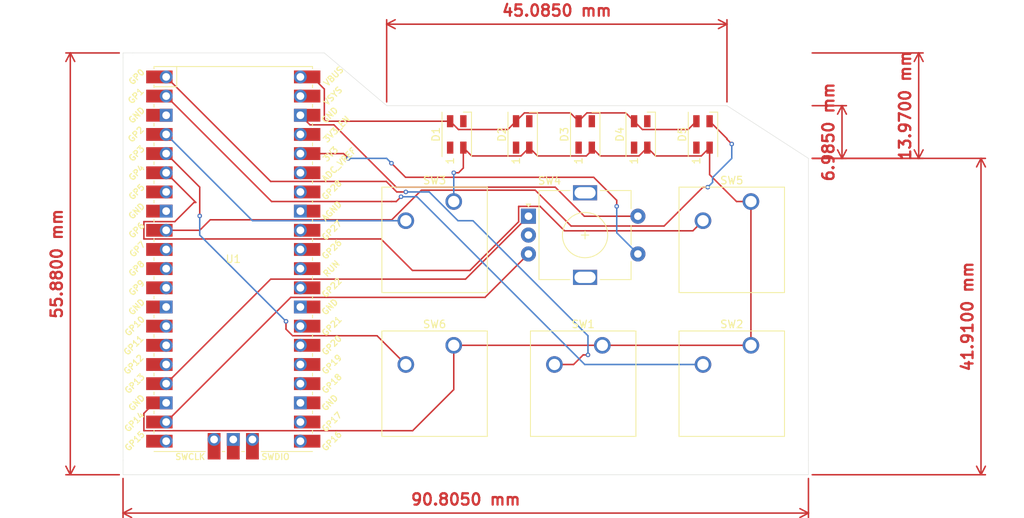
<source format=kicad_pcb>
(kicad_pcb (version 20240108) (generator "pcbnew") (generator_version "8.0")
  (layers (0 "F.Cu" signal) (31 "B.Cu" signal) (34 "B.Paste" user) (35 "F.Paste" user) (36 "B.SilkS" user "B.Silkscreen") (37 "F.SilkS" user "F.Silkscreen") (38 "B.Mask" user) (39 "F.Mask" user) (44 "Edge.Cuts" user))
  (net 0 "")
  (net 1 "5V")
  (net 3 "GND")
  (net 11 "Net-(D5-DIN)")
  (net 13 "Net-(U1-GPIO0)")
  (net 14 "Net-(U1-GPIO1)")
  (net 15 "Net-(U1-GPIO2)")
  (net 16 "Net-(U1-GPIO13)")
  (net 17 "Net-(SW4-PadS2)")
  (net 19 "Net-(U1-GPIO14)")
  (net 20 "Net-(U1-3V3)")
  (net 31 "Net-(U1-GPIO4)")
  (net 40 "Net-(U1-GPIO3)")
  (footprint "LED_SMD:LED_SK6812MINI_PLCC4_3.5x3.5mm_P1.75mm" (layer "F.Cu") (at 161.53 76.2 90)
    (property "Reference" "D2" (at 0 -2.75 90) (layer "F.SilkS"))
    (property "Value" "SK6812MINI")
    (fp_line (start -2.95 -1.95) (end 2.95 -1.95) (stroke (width 0.12)) (layer "F.SilkS"))
    (fp_line (start 2.95 1.95) (end 2.95 0.875) (stroke (width 0.12)) (layer "F.SilkS"))
    (fp_line (start -2.95 1.95) (end 2.95 1.95) (stroke (width 0.12)) (layer "F.SilkS"))
    (fp_text user "1" (at -3.5 -0.875 90) (layer "F.SilkS"))
    (pad "1" smd rect (at -1.75 -0.875 90) (size 1.6 0.85) (layers "F.Cu" "F.Paste" "F.Mask"))
    (pad "2" smd rect (at -1.75 0.875 90) (size 1.6 0.85) (layers "F.Cu" "F.Paste" "F.Mask") (net 3 "GND"))
    (pad "3" smd rect (at 1.75 0.875 90) (size 1.6 0.85) (layers "F.Cu" "F.Paste" "F.Mask"))
    (pad "4" smd rect (at 1.75 -0.875 90) (size 1.6 0.85) (layers "F.Cu" "F.Paste" "F.Mask") (net 1 "5V"))
  )
  (footprint "Button_Switch_Keyboard:SW_Cherry_MX_1.00u_PCB" (layer "F.Cu") (at 191.77 104.14)
    (property "Reference" "SW2" (at -2.54 -2.794 0) (layer "F.SilkS"))
    (property "Value" "SW_Push")
    (fp_line (start -9.525 -1.905) (end 4.445 -1.905) (stroke (width 0.12)) (layer "F.SilkS"))
    (fp_line (start -9.525 12.065) (end -9.525 -1.905) (stroke (width 0.12)) (layer "F.SilkS"))
    (fp_line (start 4.445 -1.905) (end 4.445 12.065) (stroke (width 0.12)) (layer "F.SilkS"))
    (fp_line (start 4.445 12.065) (end -9.525 12.065) (stroke (width 0.12)) (layer "F.SilkS"))
    (pad "" np_thru_hole circle (at -7.62 5.08) (size 1.7 1.7) (drill 1.7) (layers "*.Cu" "*.Mask"))
    (pad "" np_thru_hole circle (at -2.54 5.08) (size 4 4) (drill 4) (layers "*.Cu" "*.Mask"))
    (pad "" np_thru_hole circle (at 2.54 5.08) (size 1.7 1.7) (drill 1.7) (layers "*.Cu" "*.Mask"))
    (pad "1" thru_hole circle (at 0 0) (size 2.2 2.2) (drill 1.5) (layers "*.Cu" "*.Mask") (net 3 "GND"))
    (pad "2" thru_hole circle (at -6.35 2.54) (size 2.2 2.2) (drill 1.5) (layers "*.Cu" "*.Mask") (net 14 "Net-(U1-GPIO1)"))
  )
  (footprint "Button_Switch_Keyboard:SW_Cherry_MX_1.00u_PCB" (layer "F.Cu") (at 172.085 104.14)
    (property "Reference" "SW1" (at -2.54 -2.794 0) (layer "F.SilkS"))
    (property "Value" "SW_Push")
    (fp_line (start -9.525 -1.905) (end 4.445 -1.905) (stroke (width 0.12)) (layer "F.SilkS"))
    (fp_line (start -9.525 12.065) (end -9.525 -1.905) (stroke (width 0.12)) (layer "F.SilkS"))
    (fp_line (start 4.445 -1.905) (end 4.445 12.065) (stroke (width 0.12)) (layer "F.SilkS"))
    (fp_line (start 4.445 12.065) (end -9.525 12.065) (stroke (width 0.12)) (layer "F.SilkS"))
    (pad "" np_thru_hole circle (at -7.62 5.08) (size 1.7 1.7) (drill 1.7) (layers "*.Cu" "*.Mask"))
    (pad "" np_thru_hole circle (at -2.54 5.08) (size 4 4) (drill 4) (layers "*.Cu" "*.Mask"))
    (pad "" np_thru_hole circle (at 2.54 5.08) (size 1.7 1.7) (drill 1.7) (layers "*.Cu" "*.Mask"))
    (pad "1" thru_hole circle (at 0 0) (size 2.2 2.2) (drill 1.5) (layers "*.Cu" "*.Mask") (net 3 "GND"))
    (pad "2" thru_hole circle (at -6.35 2.54) (size 2.2 2.2) (drill 1.5) (layers "*.Cu" "*.Mask") (net 13 "Net-(U1-GPIO0)"))
  )
  (footprint "LED_SMD:LED_SK6812MINI_PLCC4_3.5x3.5mm_P1.75mm" (layer "F.Cu") (at 169.815 76.2 90)
    (property "Reference" "D3" (at 0 -2.75 90) (layer "F.SilkS"))
    (property "Value" "SK6812MINI")
    (fp_line (start -2.95 -1.95) (end 2.95 -1.95) (stroke (width 0.12)) (layer "F.SilkS"))
    (fp_line (start 2.95 1.95) (end 2.95 0.875) (stroke (width 0.12)) (layer "F.SilkS"))
    (fp_line (start -2.95 1.95) (end 2.95 1.95) (stroke (width 0.12)) (layer "F.SilkS"))
    (fp_text user "1" (at -3.5 -0.875 90) (layer "F.SilkS"))
    (pad "1" smd rect (at -1.75 -0.875 90) (size 1.6 0.85) (layers "F.Cu" "F.Paste" "F.Mask"))
    (pad "2" smd rect (at -1.75 0.875 90) (size 1.6 0.85) (layers "F.Cu" "F.Paste" "F.Mask") (net 3 "GND"))
    (pad "3" smd rect (at 1.75 0.875 90) (size 1.6 0.85) (layers "F.Cu" "F.Paste" "F.Mask"))
    (pad "4" smd rect (at 1.75 -0.875 90) (size 1.6 0.85) (layers "F.Cu" "F.Paste" "F.Mask") (net 1 "5V"))
  )
  (footprint "LED_SMD:LED_SK6812MINI_PLCC4_3.5x3.5mm_P1.75mm" (layer "F.Cu") (at 152.795 76.2 90)
    (property "Reference" "D1" (at 0 -2.75 90) (layer "F.SilkS"))
    (property "Value" "SK6812MINI")
    (fp_line (start -2.95 -1.95) (end 2.95 -1.95) (stroke (width 0.12)) (layer "F.SilkS"))
    (fp_line (start 2.95 1.95) (end 2.95 0.875) (stroke (width 0.12)) (layer "F.SilkS"))
    (fp_line (start -2.95 1.95) (end 2.95 1.95) (stroke (width 0.12)) (layer "F.SilkS"))
    (fp_text user "1" (at -3.5 -0.875 90) (layer "F.SilkS"))
    (pad "1" smd rect (at -1.75 -0.875 90) (size 1.6 0.85) (layers "F.Cu" "F.Paste" "F.Mask"))
    (pad "2" smd rect (at -1.75 0.875 90) (size 1.6 0.85) (layers "F.Cu" "F.Paste" "F.Mask") (net 3 "GND"))
    (pad "3" smd rect (at 1.75 0.875 90) (size 1.6 0.85) (layers "F.Cu" "F.Paste" "F.Mask"))
    (pad "4" smd rect (at 1.75 -0.875 90) (size 1.6 0.85) (layers "F.Cu" "F.Paste" "F.Mask") (net 1 "5V"))
  )
  (footprint "Button_Switch_Keyboard:SW_Cherry_MX_1.00u_PCB" (layer "F.Cu") (at 152.4 104.14)
    (property "Reference" "SW6" (at -2.54 -2.794 0) (layer "F.SilkS"))
    (property "Value" "SW_Push")
    (fp_line (start -9.525 -1.905) (end 4.445 -1.905) (stroke (width 0.12)) (layer "F.SilkS"))
    (fp_line (start -9.525 12.065) (end -9.525 -1.905) (stroke (width 0.12)) (layer "F.SilkS"))
    (fp_line (start 4.445 -1.905) (end 4.445 12.065) (stroke (width 0.12)) (layer "F.SilkS"))
    (fp_line (start 4.445 12.065) (end -9.525 12.065) (stroke (width 0.12)) (layer "F.SilkS"))
    (pad "" np_thru_hole circle (at -7.62 5.08) (size 1.7 1.7) (drill 1.7) (layers "*.Cu" "*.Mask"))
    (pad "" np_thru_hole circle (at -2.54 5.08) (size 4 4) (drill 4) (layers "*.Cu" "*.Mask"))
    (pad "" np_thru_hole circle (at 2.54 5.08) (size 1.7 1.7) (drill 1.7) (layers "*.Cu" "*.Mask"))
    (pad "1" thru_hole circle (at 0 0) (size 2.2 2.2) (drill 1.5) (layers "*.Cu" "*.Mask") (net 3 "GND"))
    (pad "2" thru_hole circle (at -6.35 2.54) (size 2.2 2.2) (drill 1.5) (layers "*.Cu" "*.Mask") (net 40 "Net-(U1-GPIO3)"))
  )
  (footprint "MCU_RaspberryPi_and_Boards:RPi_Pico_SMD_TH" (layer "F.Cu") (at 123.19 92.71)
    (property "Reference" "U1" (at 0 0 0) (layer "F.SilkS"))
    (property "Value" "Pico")
    (fp_line (start -10.5 -25.5) (end -10.5 -25.2) (stroke (width 0.12)) (layer "F.SilkS"))
    (fp_line (start -10.5 -25.5) (end 10.5 -25.5) (stroke (width 0.12)) (layer "F.SilkS"))
    (fp_line (start -10.5 -23.1) (end -10.5 -22.7) (stroke (width 0.12)) (layer "F.SilkS"))
    (fp_line (start -10.5 -22.833) (end -7.493 -22.833) (stroke (width 0.12)) (layer "F.SilkS"))
    (fp_line (start -10.5 -20.5) (end -10.5 -20.1) (stroke (width 0.12)) (layer "F.SilkS"))
    (fp_line (start -10.5 -18) (end -10.5 -17.6) (stroke (width 0.12)) (layer "F.SilkS"))
    (fp_line (start -10.5 -15.4) (end -10.5 -15) (stroke (width 0.12)) (layer "F.SilkS"))
    (fp_line (start -10.5 -12.9) (end -10.5 -12.5) (stroke (width 0.12)) (layer "F.SilkS"))
    (fp_line (start -10.5 -10.4) (end -10.5 -10) (stroke (width 0.12)) (layer "F.SilkS"))
    (fp_line (start -10.5 -7.8) (end -10.5 -7.4) (stroke (width 0.12)) (layer "F.SilkS"))
    (fp_line (start -10.5 -5.3) (end -10.5 -4.9) (stroke (width 0.12)) (layer "F.SilkS"))
    (fp_line (start -10.5 -2.7) (end -10.5 -2.3) (stroke (width 0.12)) (layer "F.SilkS"))
    (fp_line (start -10.5 -0.2) (end -10.5 0.2) (stroke (width 0.12)) (layer "F.SilkS"))
    (fp_line (start -10.5 2.3) (end -10.5 2.7) (stroke (width 0.12)) (layer "F.SilkS"))
    (fp_line (start -10.5 4.9) (end -10.5 5.3) (stroke (width 0.12)) (layer "F.SilkS"))
    (fp_line (start -10.5 7.4) (end -10.5 7.8) (stroke (width 0.12)) (layer "F.SilkS"))
    (fp_line (start -10.5 10) (end -10.5 10.4) (stroke (width 0.12)) (layer "F.SilkS"))
    (fp_line (start -10.5 12.5) (end -10.5 12.9) (stroke (width 0.12)) (layer "F.SilkS"))
    (fp_line (start -10.5 15.1) (end -10.5 15.5) (stroke (width 0.12)) (layer "F.SilkS"))
    (fp_line (start -10.5 17.6) (end -10.5 18) (stroke (width 0.12)) (layer "F.SilkS"))
    (fp_line (start -10.5 20.1) (end -10.5 20.5) (stroke (width 0.12)) (layer "F.SilkS"))
    (fp_line (start -10.5 22.7) (end -10.5 23.1) (stroke (width 0.12)) (layer "F.SilkS"))
    (fp_line (start -7.493 -22.833) (end -7.493 -25.5) (stroke (width 0.12)) (layer "F.SilkS"))
    (fp_line (start -3.7 25.5) (end -10.5 25.5) (stroke (width 0.12)) (layer "F.SilkS"))
    (fp_line (start -1.5 25.5) (end -1.1 25.5) (stroke (width 0.12)) (layer "F.SilkS"))
    (fp_line (start 1.1 25.5) (end 1.5 25.5) (stroke (width 0.12)) (layer "F.SilkS"))
    (fp_line (start 10.5 -25.5) (end 10.5 -25.2) (stroke (width 0.12)) (layer "F.SilkS"))
    (fp_line (start 10.5 -23.1) (end 10.5 -22.7) (stroke (width 0.12)) (layer "F.SilkS"))
    (fp_line (start 10.5 -20.5) (end 10.5 -20.1) (stroke (width 0.12)) (layer "F.SilkS"))
    (fp_line (start 10.5 -18) (end 10.5 -17.6) (stroke (width 0.12)) (layer "F.SilkS"))
    (fp_line (start 10.5 -15.4) (end 10.5 -15) (stroke (width 0.12)) (layer "F.SilkS"))
    (fp_line (start 10.5 -12.9) (end 10.5 -12.5) (stroke (width 0.12)) (layer "F.SilkS"))
    (fp_line (start 10.5 -10.4) (end 10.5 -10) (stroke (width 0.12)) (layer "F.SilkS"))
    (fp_line (start 10.5 -7.8) (end 10.5 -7.4) (stroke (width 0.12)) (layer "F.SilkS"))
    (fp_line (start 10.5 -5.3) (end 10.5 -4.9) (stroke (width 0.12)) (layer "F.SilkS"))
    (fp_line (start 10.5 -2.7) (end 10.5 -2.3) (stroke (width 0.12)) (layer "F.SilkS"))
    (fp_line (start 10.5 -0.2) (end 10.5 0.2) (stroke (width 0.12)) (layer "F.SilkS"))
    (fp_line (start 10.5 2.3) (end 10.5 2.7) (stroke (width 0.12)) (layer "F.SilkS"))
    (fp_line (start 10.5 4.9) (end 10.5 5.3) (stroke (width 0.12)) (layer "F.SilkS"))
    (fp_line (start 10.5 7.4) (end 10.5 7.8) (stroke (width 0.12)) (layer "F.SilkS"))
    (fp_line (start 10.5 10) (end 10.5 10.4) (stroke (width 0.12)) (layer "F.SilkS"))
    (fp_line (start 10.5 12.5) (end 10.5 12.9) (stroke (width 0.12)) (layer "F.SilkS"))
    (fp_line (start 10.5 15.1) (end 10.5 15.5) (stroke (width 0.12)) (layer "F.SilkS"))
    (fp_line (start 10.5 17.6) (end 10.5 18) (stroke (width 0.12)) (layer "F.SilkS"))
    (fp_line (start 10.5 20.1) (end 10.5 20.5) (stroke (width 0.12)) (layer "F.SilkS"))
    (fp_line (start 10.5 22.7) (end 10.5 23.1) (stroke (width 0.12)) (layer "F.SilkS"))
    (fp_line (start 10.5 25.5) (end 3.7 25.5) (stroke (width 0.12)) (layer "F.SilkS"))
    (fp_text user "3V3_EN" (at 13.7 -17.2 45) (layer "F.SilkS") (effects (font (size 0.8 0.8))))
    (fp_text user "GP5" (at -12.8 -8.89 45) (layer "F.SilkS") (effects (font (size 0.8 0.8))))
    (fp_text user "SWCLK" (at -5.7 26.2 0) (layer "F.SilkS") (effects (font (size 0.8 0.8))))
    (fp_text user "RUN" (at 13 1.27 45) (layer "F.SilkS") (effects (font (size 0.8 0.8))))
    (fp_text user "3V3" (at 12.9 -13.9 45) (layer "F.SilkS") (effects (font (size 0.8 0.8))))
    (fp_text user "GP13" (at -13.054 16.51 45) (layer "F.SilkS") (effects (font (size 0.8 0.8))))
    (fp_text user "VBUS" (at 13.3 -24.2 45) (layer "F.SilkS") (effects (font (size 0.8 0.8))))
    (fp_text user "GP3" (at -12.8 -13.97 45) (layer "F.SilkS") (effects (font (size 0.8 0.8))))
    (fp_text user "GP8" (at -12.8 1.27 45) (layer "F.SilkS") (effects (font (size 0.8 0.8))))
    (fp_text user "GP26" (at 13.054 -1.27 45) (layer "F.SilkS") (effects (font (size 0.8 0.8))))
    (fp_text user "GND" (at 12.8 19.05 45) (layer "F.SilkS") (effects (font (size 0.8 0.8))))
    (fp_text user "GP19" (at 13.054 13.97 45) (layer "F.SilkS") (effects (font (size 0.8 0.8))))
    (fp_text user "GP0" (at -12.8 -24.13 45) (layer "F.SilkS") (effects (font (size 0.8 0.8))))
    (fp_text user "GP12" (at -13.2 13.97 45) (layer "F.SilkS") (effects (font (size 0.8 0.8))))
    (fp_text user "GND" (at 12.8 -19.05 45) (layer "F.SilkS") (effects (font (size 0.8 0.8))))
    (fp_text user "GND" (at -12.8 -6.35 45) (layer "F.SilkS") (effects (font (size 0.8 0.8))))
    (fp_text user "GP21" (at 13.054 8.9 45) (layer "F.SilkS") (effects (font (size 0.8 0.8))))
    (fp_text user "GP28" (at 13.054 -9.144 45) (layer "F.SilkS") (effects (font (size 0.8 0.8))))
    (fp_text user "GP10" (at -13.054 8.89 45) (layer "F.SilkS") (effects (font (size 0.8 0.8))))
    (fp_text user "GP14" (at -13.1 21.59 45) (layer "F.SilkS") (effects (font (size 0.8 0.8))))
    (fp_text user "GP17" (at 13.054 21.59 45) (layer "F.SilkS") (effects (font (size 0.8 0.8))))
    (fp_text user "GP27" (at 13.054 -3.8 45) (layer "F.SilkS") (effects (font (size 0.8 0.8))))
    (fp_text user "GP9" (at -12.8 3.81 45) (layer "F.SilkS") (effects (font (size 0.8 0.8))))
    (fp_text user "SWDIO" (at 5.6 26.2 0) (layer "F.SilkS") (effects (font (size 0.8 0.8))))
    (fp_text user "GP7" (at -12.7 -1.3 45) (layer "F.SilkS") (effects (font (size 0.8 0.8))))
    (fp_text user "GND" (at -12.8 -19.05 45) (layer "F.SilkS") (effects (font (size 0.8 0.8))))
    (fp_text user "VSYS" (at 13.2 -21.59 45) (layer "F.SilkS") (effects (font (size 0.8 0.8))))
    (fp_text user "GND" (at -12.8 19.05 45) (layer "F.SilkS") (effects (font (size 0.8 0.8))))
    (fp_text user "GND" (at 12.8 6.35 45) (layer "F.SilkS") (effects (font (size 0.8 0.8))))
    (fp_text user "GP6" (at -12.8 -3.81 45) (layer "F.SilkS") (effects (font (size 0.8 0.8))))
    (fp_text user "GP20" (at 13.054 11.43 45) (layer "F.SilkS") (effects (font (size 0.8 0.8))))
    (fp_text user "GND" (at -12.8 6.35 45) (layer "F.SilkS") (effects (font (size 0.8 0.8))))
    (fp_text user "GP15" (at -13.054 24.13 45) (layer "F.SilkS") (effects (font (size 0.8 0.8))))
    (fp_text user "GP2" (at -12.9 -16.51 45) (layer "F.SilkS") (effects (font (size 0.8 0.8))))
    (fp_text user "ADC_VREF" (at 14 -12.5 45) (layer "F.SilkS") (effects (font (size 0.8 0.8))))
    (fp_text user "GP4" (at -12.8 -11.43 45) (layer "F.SilkS") (effects (font (size 0.8 0.8))))
    (fp_text user "GP1" (at -12.9 -21.6 45) (layer "F.SilkS") (effects (font (size 0.8 0.8))))
    (fp_text user "GP16" (at 13.054 24.13 45) (layer "F.SilkS") (effects (font (size 0.8 0.8))))
    (fp_text user "GP18" (at 13.054 16.51 45) (layer "F.SilkS") (effects (font (size 0.8 0.8))))
    (fp_text user "AGND" (at 13.054 -6.35 45) (layer "F.SilkS") (effects (font (size 0.8 0.8))))
    (fp_text user "GP11" (at -13.2 11.43 45) (layer "F.SilkS") (effects (font (size 0.8 0.8))))
    (fp_text user "GP22" (at 13.054 3.81 45) (layer "F.SilkS") (effects (font (size 0.8 0.8))))
    (pad "" np_thru_hole oval (at -2.725 -24) (size 1.8 1.8) (drill 1.8) (layers "*.Cu" "*.Mask"))
    (pad "" np_thru_hole oval (at -2.425 -20.97) (size 1.5 1.5) (drill 1.5) (layers "*.Cu" "*.Mask"))
    (pad "" np_thru_hole oval (at 2.425 -20.97) (size 1.5 1.5) (drill 1.5) (layers "*.Cu" "*.Mask"))
    (pad "" np_thru_hole oval (at 2.725 -24) (size 1.8 1.8) (drill 1.8) (layers "*.Cu" "*.Mask"))
    (pad "1" thru_hole oval (at -8.89 -24.13) (size 1.7 1.7) (drill 1.02) (layers "*.Cu" "*.Mask") (net 13 "Net-(U1-GPIO0)"))
    (pad "1" smd rect (at -8.89 -24.13) (size 3.5 1.7) (drill (offset -0.9 0)) (layers "F.Cu" "F.Mask") (net 13 "Net-(U1-GPIO0)"))
    (pad "2" thru_hole oval (at -8.89 -21.59) (size 1.7 1.7) (drill 1.02) (layers "*.Cu" "*.Mask") (net 14 "Net-(U1-GPIO1)"))
    (pad "2" smd rect (at -8.89 -21.59) (size 3.5 1.7) (drill (offset -0.9 0)) (layers "F.Cu" "F.Mask") (net 14 "Net-(U1-GPIO1)"))
    (pad "3" thru_hole rect (at -8.89 -19.05) (size 1.7 1.7) (drill 1.02) (layers "*.Cu" "*.Mask"))
    (pad "3" smd rect (at -8.89 -19.05) (size 3.5 1.7) (drill (offset -0.9 0)) (layers "F.Cu" "F.Mask"))
    (pad "4" thru_hole oval (at -8.89 -16.51) (size 1.7 1.7) (drill 1.02) (layers "*.Cu" "*.Mask") (net 15 "Net-(U1-GPIO2)"))
    (pad "4" smd rect (at -8.89 -16.51) (size 3.5 1.7) (drill (offset -0.9 0)) (layers "F.Cu" "F.Mask") (net 15 "Net-(U1-GPIO2)"))
    (pad "5" thru_hole oval (at -8.89 -13.97) (size 1.7 1.7) (drill 1.02) (layers "*.Cu" "*.Mask") (net 40 "Net-(U1-GPIO3)"))
    (pad "5" smd rect (at -8.89 -13.97) (size 3.5 1.7) (drill (offset -0.9 0)) (layers "F.Cu" "F.Mask") (net 40 "Net-(U1-GPIO3)"))
    (pad "6" thru_hole oval (at -8.89 -11.43) (size 1.7 1.7) (drill 1.02) (layers "*.Cu" "*.Mask") (net 31 "Net-(U1-GPIO4)"))
    (pad "6" smd rect (at -8.89 -11.43) (size 3.5 1.7) (drill (offset -0.9 0)) (layers "F.Cu" "F.Mask") (net 31 "Net-(U1-GPIO4)"))
    (pad "7" thru_hole oval (at -8.89 -8.89) (size 1.7 1.7) (drill 1.02) (layers "*.Cu" "*.Mask"))
    (pad "7" smd rect (at -8.89 -8.89) (size 3.5 1.7) (drill (offset -0.9 0)) (layers "F.Cu" "F.Mask"))
    (pad "8" thru_hole rect (at -8.89 -6.35) (size 1.7 1.7) (drill 1.02) (layers "*.Cu" "*.Mask"))
    (pad "8" smd rect (at -8.89 -6.35) (size 3.5 1.7) (drill (offset -0.9 0)) (layers "F.Cu" "F.Mask"))
    (pad "9" thru_hole oval (at -8.89 -3.81) (size 1.7 1.7) (drill 1.02) (layers "*.Cu" "*.Mask") (net 11 "Net-(D5-DIN)"))
    (pad "9" smd rect (at -8.89 -3.81) (size 3.5 1.7) (drill (offset -0.9 0)) (layers "F.Cu" "F.Mask") (net 11 "Net-(D5-DIN)"))
    (pad "10" thru_hole oval (at -8.89 -1.27) (size 1.7 1.7) (drill 1.02) (layers "*.Cu" "*.Mask"))
    (pad "10" smd rect (at -8.89 -1.27) (size 3.5 1.7) (drill (offset -0.9 0)) (layers "F.Cu" "F.Mask"))
    (pad "11" thru_hole oval (at -8.89 1.27) (size 1.7 1.7) (drill 1.02) (layers "*.Cu" "*.Mask"))
    (pad "11" smd rect (at -8.89 1.27) (size 3.5 1.7) (drill (offset -0.9 0)) (layers "F.Cu" "F.Mask"))
    (pad "12" thru_hole oval (at -8.89 3.81) (size 1.7 1.7) (drill 1.02) (layers "*.Cu" "*.Mask"))
    (pad "12" smd rect (at -8.89 3.81) (size 3.5 1.7) (drill (offset -0.9 0)) (layers "F.Cu" "F.Mask"))
    (pad "13" thru_hole rect (at -8.89 6.35) (size 1.7 1.7) (drill 1.02) (layers "*.Cu" "*.Mask"))
    (pad "13" smd rect (at -8.89 6.35) (size 3.5 1.7) (drill (offset -0.9 0)) (layers "F.Cu" "F.Mask"))
    (pad "14" thru_hole oval (at -8.89 8.89) (size 1.7 1.7) (drill 1.02) (layers "*.Cu" "*.Mask"))
    (pad "14" smd rect (at -8.89 8.89) (size 3.5 1.7) (drill (offset -0.9 0)) (layers "F.Cu" "F.Mask"))
    (pad "15" thru_hole oval (at -8.89 11.43) (size 1.7 1.7) (drill 1.02) (layers "*.Cu" "*.Mask"))
    (pad "15" smd rect (at -8.89 11.43) (size 3.5 1.7) (drill (offset -0.9 0)) (layers "F.Cu" "F.Mask"))
    (pad "16" thru_hole oval (at -8.89 13.97) (size 1.7 1.7) (drill 1.02) (layers "*.Cu" "*.Mask"))
    (pad "16" smd rect (at -8.89 13.97) (size 3.5 1.7) (drill (offset -0.9 0)) (layers "F.Cu" "F.Mask"))
    (pad "17" thru_hole oval (at -8.89 16.51) (size 1.7 1.7) (drill 1.02) (layers "*.Cu" "*.Mask") (net 16 "Net-(U1-GPIO13)"))
    (pad "17" smd rect (at -8.89 16.51) (size 3.5 1.7) (drill (offset -0.9 0)) (layers "F.Cu" "F.Mask") (net 16 "Net-(U1-GPIO13)"))
    (pad "18" thru_hole rect (at -8.89 19.05) (size 1.7 1.7) (drill 1.02) (layers "*.Cu" "*.Mask") (net 3 "GND"))
    (pad "18" smd rect (at -8.89 19.05) (size 3.5 1.7) (drill (offset -0.9 0)) (layers "F.Cu" "F.Mask") (net 3 "GND"))
    (pad "19" thru_hole oval (at -8.89 21.59) (size 1.7 1.7) (drill 1.02) (layers "*.Cu" "*.Mask") (net 19 "Net-(U1-GPIO14)"))
    (pad "19" smd rect (at -8.89 21.59) (size 3.5 1.7) (drill (offset -0.9 0)) (layers "F.Cu" "F.Mask") (net 19 "Net-(U1-GPIO14)"))
    (pad "20" thru_hole oval (at -8.89 24.13) (size 1.7 1.7) (drill 1.02) (layers "*.Cu" "*.Mask"))
    (pad "20" smd rect (at -8.89 24.13) (size 3.5 1.7) (drill (offset -0.9 0)) (layers "F.Cu" "F.Mask"))
    (pad "21" thru_hole oval (at 8.89 24.13) (size 1.7 1.7) (drill 1.02) (layers "*.Cu" "*.Mask"))
    (pad "21" smd rect (at 8.89 24.13) (size 3.5 1.7) (drill (offset 0.9 0)) (layers "F.Cu" "F.Mask"))
    (pad "22" thru_hole oval (at 8.89 21.59) (size 1.7 1.7) (drill 1.02) (layers "*.Cu" "*.Mask"))
    (pad "22" smd rect (at 8.89 21.59) (size 3.5 1.7) (drill (offset 0.9 0)) (layers "F.Cu" "F.Mask"))
    (pad "23" thru_hole rect (at 8.89 19.05) (size 1.7 1.7) (drill 1.02) (layers "*.Cu" "*.Mask"))
    (pad "23" smd rect (at 8.89 19.05) (size 3.5 1.7) (drill (offset 0.9 0)) (layers "F.Cu" "F.Mask"))
    (pad "24" thru_hole oval (at 8.89 16.51) (size 1.7 1.7) (drill 1.02) (layers "*.Cu" "*.Mask"))
    (pad "24" smd rect (at 8.89 16.51) (size 3.5 1.7) (drill (offset 0.9 0)) (layers "F.Cu" "F.Mask"))
    (pad "25" thru_hole oval (at 8.89 13.97) (size 1.7 1.7) (drill 1.02) (layers "*.Cu" "*.Mask"))
    (pad "25" smd rect (at 8.89 13.97) (size 3.5 1.7) (drill (offset 0.9 0)) (layers "F.Cu" "F.Mask"))
    (pad "26" thru_hole oval (at 8.89 11.43) (size 1.7 1.7) (drill 1.02) (layers "*.Cu" "*.Mask"))
    (pad "26" smd rect (at 8.89 11.43) (size 3.5 1.7) (drill (offset 0.9 0)) (layers "F.Cu" "F.Mask"))
    (pad "27" thru_hole oval (at 8.89 8.89) (size 1.7 1.7) (drill 1.02) (layers "*.Cu" "*.Mask"))
    (pad "27" smd rect (at 8.89 8.89) (size 3.5 1.7) (drill (offset 0.9 0)) (layers "F.Cu" "F.Mask"))
    (pad "28" thru_hole rect (at 8.89 6.35) (size 1.7 1.7) (drill 1.02) (layers "*.Cu" "*.Mask"))
    (pad "28" smd rect (at 8.89 6.35) (size 3.5 1.7) (drill (offset 0.9 0)) (layers "F.Cu" "F.Mask"))
    (pad "29" thru_hole oval (at 8.89 3.81) (size 1.7 1.7) (drill 1.02) (layers "*.Cu" "*.Mask"))
    (pad "29" smd rect (at 8.89 3.81) (size 3.5 1.7) (drill (offset 0.9 0)) (layers "F.Cu" "F.Mask"))
    (pad "30" thru_hole oval (at 8.89 1.27) (size 1.7 1.7) (drill 1.02) (layers "*.Cu" "*.Mask"))
    (pad "30" smd rect (at 8.89 1.27) (size 3.5 1.7) (drill (offset 0.9 0)) (layers "F.Cu" "F.Mask"))
    (pad "31" thru_hole oval (at 8.89 -1.27) (size 1.7 1.7) (drill 1.02) (layers "*.Cu" "*.Mask"))
    (pad "31" smd rect (at 8.89 -1.27) (size 3.5 1.7) (drill (offset 0.9 0)) (layers "F.Cu" "F.Mask"))
    (pad "32" thru_hole oval (at 8.89 -3.81) (size 1.7 1.7) (drill 1.02) (layers "*.Cu" "*.Mask"))
    (pad "32" smd rect (at 8.89 -3.81) (size 3.5 1.7) (drill (offset 0.9 0)) (layers "F.Cu" "F.Mask"))
    (pad "33" thru_hole rect (at 8.89 -6.35) (size 1.7 1.7) (drill 1.02) (layers "*.Cu" "*.Mask"))
    (pad "33" smd rect (at 8.89 -6.35) (size 3.5 1.7) (drill (offset 0.9 0)) (layers "F.Cu" "F.Mask"))
    (pad "34" thru_hole oval (at 8.89 -8.89) (size 1.7 1.7) (drill 1.02) (layers "*.Cu" "*.Mask"))
    (pad "34" smd rect (at 8.89 -8.89) (size 3.5 1.7) (drill (offset 0.9 0)) (layers "F.Cu" "F.Mask"))
    (pad "35" thru_hole oval (at 8.89 -11.43) (size 1.7 1.7) (drill 1.02) (layers "*.Cu" "*.Mask"))
    (pad "35" smd rect (at 8.89 -11.43) (size 3.5 1.7) (drill (offset 0.9 0)) (layers "F.Cu" "F.Mask"))
    (pad "36" thru_hole oval (at 8.89 -13.97) (size 1.7 1.7) (drill 1.02) (layers "*.Cu" "*.Mask") (net 20 "Net-(U1-3V3)"))
    (pad "36" smd rect (at 8.89 -13.97) (size 3.5 1.7) (drill (offset 0.9 0)) (layers "F.Cu" "F.Mask") (net 20 "Net-(U1-3V3)"))
    (pad "37" thru_hole oval (at 8.89 -16.51) (size 1.7 1.7) (drill 1.02) (layers "*.Cu" "*.Mask"))
    (pad "37" smd rect (at 8.89 -16.51) (size 3.5 1.7) (drill (offset 0.9 0)) (layers "F.Cu" "F.Mask"))
    (pad "38" thru_hole rect (at 8.89 -19.05) (size 1.7 1.7) (drill 1.02) (layers "*.Cu" "*.Mask") (net 17 "Net-(SW4-PadS2)"))
    (pad "38" smd rect (at 8.89 -19.05) (size 3.5 1.7) (drill (offset 0.9 0)) (layers "F.Cu" "F.Mask") (net 17 "Net-(SW4-PadS2)"))
    (pad "39" thru_hole oval (at 8.89 -21.59) (size 1.7 1.7) (drill 1.02) (layers "*.Cu" "*.Mask"))
    (pad "39" smd rect (at 8.89 -21.59) (size 3.5 1.7) (drill (offset 0.9 0)) (layers "F.Cu" "F.Mask"))
    (pad "40" thru_hole oval (at 8.89 -24.13) (size 1.7 1.7) (drill 1.02) (layers "*.Cu" "*.Mask") (net 1 "5V"))
    (pad "40" smd rect (at 8.89 -24.13) (size 3.5 1.7) (drill (offset 0.9 0)) (layers "F.Cu" "F.Mask") (net 1 "5V"))
    (pad "41" thru_hole oval (at -2.54 23.9) (size 1.7 1.7) (drill 1.02) (layers "*.Cu" "*.Mask"))
    (pad "41" smd rect (at -2.54 23.9 90) (size 3.5 1.7) (drill (offset -0.9 0)) (layers "F.Cu" "F.Mask"))
    (pad "42" thru_hole rect (at 0 23.9) (size 1.7 1.7) (drill 1.02) (layers "*.Cu" "*.Mask"))
    (pad "42" smd rect (at 0 23.9 90) (size 3.5 1.7) (drill (offset -0.9 0)) (layers "F.Cu" "F.Mask"))
    (pad "43" thru_hole oval (at 2.54 23.9) (size 1.7 1.7) (drill 1.02) (layers "*.Cu" "*.Mask"))
    (pad "43" smd rect (at 2.54 23.9 90) (size 3.5 1.7) (drill (offset -0.9 0)) (layers "F.Cu" "F.Mask"))
  )
  (footprint "LED_SMD:LED_SK6812MINI_PLCC4_3.5x3.5mm_P1.75mm" (layer "F.Cu") (at 185.42 76.2 90)
    (property "Reference" "D5" (at 0 -2.75 90) (layer "F.SilkS"))
    (property "Value" "SK6812MINI")
    (fp_line (start -2.95 -1.95) (end 2.95 -1.95) (stroke (width 0.12)) (layer "F.SilkS"))
    (fp_line (start 2.95 1.95) (end 2.95 0.875) (stroke (width 0.12)) (layer "F.SilkS"))
    (fp_line (start -2.95 1.95) (end 2.95 1.95) (stroke (width 0.12)) (layer "F.SilkS"))
    (fp_text user "1" (at -3.5 -0.875 90) (layer "F.SilkS"))
    (pad "1" smd rect (at -1.75 -0.875 90) (size 1.6 0.85) (layers "F.Cu" "F.Paste" "F.Mask"))
    (pad "2" smd rect (at -1.75 0.875 90) (size 1.6 0.85) (layers "F.Cu" "F.Paste" "F.Mask") (net 3 "GND"))
    (pad "3" smd rect (at 1.75 0.875 90) (size 1.6 0.85) (layers "F.Cu" "F.Paste" "F.Mask") (net 11 "Net-(D5-DIN)"))
    (pad "4" smd rect (at 1.75 -0.875 90) (size 1.6 0.85) (layers "F.Cu" "F.Paste" "F.Mask") (net 1 "5V"))
  )
  (footprint "Button_Switch_Keyboard:SW_Cherry_MX_1.00u_PCB" (layer "F.Cu") (at 191.77 85.09)
    (property "Reference" "SW5" (at -2.54 -2.794 0) (layer "F.SilkS"))
    (property "Value" "SW_Push")
    (fp_line (start -9.525 -1.905) (end 4.445 -1.905) (stroke (width 0.12)) (layer "F.SilkS"))
    (fp_line (start -9.525 12.065) (end -9.525 -1.905) (stroke (width 0.12)) (layer "F.SilkS"))
    (fp_line (start 4.445 -1.905) (end 4.445 12.065) (stroke (width 0.12)) (layer "F.SilkS"))
    (fp_line (start 4.445 12.065) (end -9.525 12.065) (stroke (width 0.12)) (layer "F.SilkS"))
    (pad "" np_thru_hole circle (at -7.62 5.08) (size 1.7 1.7) (drill 1.7) (layers "*.Cu" "*.Mask"))
    (pad "" np_thru_hole circle (at -2.54 5.08) (size 4 4) (drill 4) (layers "*.Cu" "*.Mask"))
    (pad "" np_thru_hole circle (at 2.54 5.08) (size 1.7 1.7) (drill 1.7) (layers "*.Cu" "*.Mask"))
    (pad "1" thru_hole circle (at 0 0) (size 2.2 2.2) (drill 1.5) (layers "*.Cu" "*.Mask") (net 3 "GND"))
    (pad "2" thru_hole circle (at -6.35 2.54) (size 2.2 2.2) (drill 1.5) (layers "*.Cu" "*.Mask") (net 31 "Net-(U1-GPIO4)"))
  )
  (footprint "Rotary_Encoder:RotaryEncoder_Alps_EC11E-Switch_Vertical_H20mm" (layer "F.Cu") (at 162.295 87.035)
    (property "Reference" "SW4" (at 2.8 -4.7 0) (layer "F.SilkS"))
    (property "Value" "RotaryEncoder_Switch")
    (fp_line (start -0.3 -1.6) (end 0.3 -1.6) (stroke (width 0.12)) (layer "F.SilkS"))
    (fp_line (start 0 -1.3) (end -0.3 -1.6) (stroke (width 0.12)) (layer "F.SilkS"))
    (fp_line (start 0.3 -1.6) (end 0 -1.3) (stroke (width 0.12)) (layer "F.SilkS"))
    (fp_line (start 1.4 -3.4) (end 1.4 8.4) (stroke (width 0.12)) (layer "F.SilkS"))
    (fp_line (start 5.5 -3.4) (end 1.4 -3.4) (stroke (width 0.12)) (layer "F.SilkS"))
    (fp_line (start 5.5 8.4) (end 1.4 8.4) (stroke (width 0.12)) (layer "F.SilkS"))
    (fp_line (start 7 2.5) (end 8 2.5) (stroke (width 0.12)) (layer "F.SilkS"))
    (fp_line (start 7.5 2) (end 7.5 3) (stroke (width 0.12)) (layer "F.SilkS"))
    (fp_line (start 9.5 -3.4) (end 13.6 -3.4) (stroke (width 0.12)) (layer "F.SilkS"))
    (fp_line (start 13.6 -3.4) (end 13.6 -1) (stroke (width 0.12)) (layer "F.SilkS"))
    (fp_line (start 13.6 1.2) (end 13.6 3.8) (stroke (width 0.12)) (layer "F.SilkS"))
    (fp_line (start 13.6 6) (end 13.6 8.4) (stroke (width 0.12)) (layer "F.SilkS"))
    (fp_line (start 13.6 8.4) (end 9.5 8.4) (stroke (width 0.12)) (layer "F.SilkS"))
    (fp_circle (center 7.5 2.5) (end 10.5 2.5) (stroke (width 0.12)) (fill none) (layer "F.SilkS"))
    (pad "A" thru_hole rect (at 0 0) (size 2 2) (drill 1) (layers "*.Cu" "*.Mask") (net 16 "Net-(U1-GPIO13)"))
    (pad "B" thru_hole circle (at 0 5) (size 2 2) (drill 1) (layers "*.Cu" "*.Mask") (net 19 "Net-(U1-GPIO14)"))
    (pad "C" thru_hole circle (at 0 2.5) (size 2 2) (drill 1) (layers "*.Cu" "*.Mask"))
    (pad "MP" thru_hole rect (at 7.5 -3.1) (size 3.2 2) (drill oval 2.8 1.5) (layers "*.Cu" "*.Mask"))
    (pad "MP" thru_hole rect (at 7.5 8.1) (size 3.2 2) (drill oval 2.8 1.5) (layers "*.Cu" "*.Mask"))
    (pad "S1" thru_hole circle (at 14.5 5) (size 2 2) (drill 1) (layers "*.Cu" "*.Mask") (net 20 "Net-(U1-3V3)"))
    (pad "S2" thru_hole circle (at 14.5 0) (size 2 2) (drill 1) (layers "*.Cu" "*.Mask") (net 17 "Net-(SW4-PadS2)"))
  )
  (footprint "Button_Switch_Keyboard:SW_Cherry_MX_1.00u_PCB" (layer "F.Cu") (at 152.4 85.09)
    (property "Reference" "SW3" (at -2.54 -2.794 0) (layer "F.SilkS"))
    (property "Value" "SW_Push")
    (fp_line (start -9.525 -1.905) (end 4.445 -1.905) (stroke (width 0.12)) (layer "F.SilkS"))
    (fp_line (start -9.525 12.065) (end -9.525 -1.905) (stroke (width 0.12)) (layer "F.SilkS"))
    (fp_line (start 4.445 -1.905) (end 4.445 12.065) (stroke (width 0.12)) (layer "F.SilkS"))
    (fp_line (start 4.445 12.065) (end -9.525 12.065) (stroke (width 0.12)) (layer "F.SilkS"))
    (pad "" np_thru_hole circle (at -7.62 5.08) (size 1.7 1.7) (drill 1.7) (layers "*.Cu" "*.Mask"))
    (pad "" np_thru_hole circle (at -2.54 5.08) (size 4 4) (drill 4) (layers "*.Cu" "*.Mask"))
    (pad "" np_thru_hole circle (at 2.54 5.08) (size 1.7 1.7) (drill 1.7) (layers "*.Cu" "*.Mask"))
    (pad "1" thru_hole circle (at 0 0) (size 2.2 2.2) (drill 1.5) (layers "*.Cu" "*.Mask") (net 3 "GND"))
    (pad "2" thru_hole circle (at -6.35 2.54) (size 2.2 2.2) (drill 1.5) (layers "*.Cu" "*.Mask") (net 15 "Net-(U1-GPIO2)"))
  )
  (footprint "LED_SMD:LED_SK6812MINI_PLCC4_3.5x3.5mm_P1.75mm" (layer "F.Cu") (at 177.165 76.2 90)
    (property "Reference" "D4" (at 0 -2.75 90) (layer "F.SilkS"))
    (property "Value" "SK6812MINI")
    (fp_line (start -2.95 -1.95) (end 2.95 -1.95) (stroke (width 0.12)) (layer "F.SilkS"))
    (fp_line (start 2.95 1.95) (end 2.95 0.875) (stroke (width 0.12)) (layer "F.SilkS"))
    (fp_line (start -2.95 1.95) (end 2.95 1.95) (stroke (width 0.12)) (layer "F.SilkS"))
    (fp_text user "1" (at -3.5 -0.875 90) (layer "F.SilkS"))
    (pad "1" smd rect (at -1.75 -0.875 90) (size 1.6 0.85) (layers "F.Cu" "F.Paste" "F.Mask"))
    (pad "2" smd rect (at -1.75 0.875 90) (size 1.6 0.85) (layers "F.Cu" "F.Paste" "F.Mask") (net 3 "GND"))
    (pad "3" smd rect (at 1.75 0.875 90) (size 1.6 0.85) (layers "F.Cu" "F.Paste" "F.Mask"))
    (pad "4" smd rect (at 1.75 -0.875 90) (size 1.6 0.85) (layers "F.Cu" "F.Paste" "F.Mask") (net 1 "5V"))
  )
  (gr_line (start 108.585 119.38) (end 108.585 121.285) (stroke (width 0.05)) (layer "Edge.Cuts"))
  (gr_line (start 199.39 119.38) (end 199.39 79.375) (stroke (width 0.05)) (layer "Edge.Cuts"))
  (gr_line (start 108.585 121.285) (end 109.855 121.285) (stroke (width 0.05)) (layer "Edge.Cuts"))
  (gr_line (start 188.595 72.39) (end 143.51 72.39) (stroke (width 0.05)) (layer "Edge.Cuts"))
  (gr_line (start 108.585 66.04) (end 108.585 119.38) (stroke (width 0.05)) (layer "Edge.Cuts"))
  (gr_line (start 108.585 66.04) (end 108.585 65.405) (stroke (width 0.05)) (layer "Edge.Cuts"))
  (gr_line (start 199.39 79.375) (end 188.595 72.39) (stroke (width 0.05)) (layer "Edge.Cuts"))
  (gr_line (start 108.585 65.405) (end 109.855 65.405) (stroke (width 0.05)) (layer "Edge.Cuts"))
  (gr_line (start 135.255 65.405) (end 109.855 65.405) (stroke (width 0.05)) (layer "Edge.Cuts"))
  (gr_line (start 143.51 72.39) (end 135.255 65.405) (stroke (width 0.05)) (layer "Edge.Cuts"))
  (gr_line (start 109.855 121.285) (end 199.39 121.285) (stroke (width 0.05)) (layer "Edge.Cuts"))
  (gr_line (start 199.39 119.38) (end 199.39 121.285) (stroke (width 0.05)) (layer "Edge.Cuts"))
  (dimension (type aligned) (layer "F.Cu") (pts (xy 143.51 72.39) (xy 188.595 72.39)) (height -10.795) (gr_text "45,0850 mm" (at 166.0525 59.795 0) (layer "F.Cu") (effects (font (size 1.5 1.5) (thickness 0.3)))) (format (prefix "") (suffix "") (units 3) (units_format 1) (precision 4)) (style (thickness 0.2) (arrow_length 1.27) (text_position_mode 0) (extension_height 0.58642) (extension_offset 0.5) keep_text_aligned))
  (dimension (type aligned) (layer "F.Cu") (pts (xy 108.585 121.285) (xy 108.585 65.405)) (height -6.985) (gr_text "55,8800 mm" (at 99.8 93.345 90) (layer "F.Cu") (effects (font (size 1.5 1.5) (thickness 0.3)))) (format (prefix "") (suffix "") (units 3) (units_format 1) (precision 4)) (style (thickness 0.2) (arrow_length 1.27) (text_position_mode 0) (extension_height 0.58642) (extension_offset 0.5) keep_text_aligned))
  (dimension (type aligned) (layer "F.Cu") (pts (xy 199.39 79.375) (xy 199.39 72.39)) (height 4.445) (gr_text "6,9850 mm" (at 202.035 75.8825 90) (layer "F.Cu") (effects (font (size 1.5 1.5) (thickness 0.3)))) (format (prefix "") (suffix "") (units 3) (units_format 1) (precision 4)) (style (thickness 0.2) (arrow_length 1.27) (text_position_mode 0) (extension_height 0.58642) (extension_offset 0.5) keep_text_aligned))
  (dimension (type aligned) (layer "F.Cu") (pts (xy 199.39 79.375) (xy 199.39 65.405)) (height 14.605) (gr_text "13,9700 mm" (at 212.195 72.39 90) (layer "F.Cu") (effects (font (size 1.5 1.5) (thickness 0.3)))) (format (prefix "") (suffix "") (units 3) (units_format 1) (precision 4)) (style (thickness 0.2) (arrow_length 1.27) (text_position_mode 0) (extension_height 0.58642) (extension_offset 0.5) keep_text_aligned))
  (dimension (type aligned) (layer "F.Cu") (pts (xy 199.39 121.285) (xy 199.39 79.375)) (height 22.86) (gr_text "41,9100 mm" (at 220.45 100.33 90) (layer "F.Cu") (effects (font (size 1.5 1.5) (thickness 0.3)))) (format (prefix "") (suffix "") (units 3) (units_format 1) (precision 4)) (style (thickness 0.2) (arrow_length 1.27) (text_position_mode 0) (extension_height 0.58642) (extension_offset 0.5) keep_text_aligned))
  (dimension (type aligned) (layer "F.Cu") (pts (xy 108.585 121.285) (xy 199.39 121.285)) (height 5.08) (gr_text "90,8050 mm" (at 153.9875 124.565 0) (layer "F.Cu") (effects (font (size 1.5 1.5) (thickness 0.3)))) (format (prefix "") (suffix "") (units 3) (units_format 1) (precision 4)) (style (thickness 0.2) (arrow_length 1.27) (text_position_mode 0) (extension_height 0.58642) (extension_offset 0.5) keep_text_aligned))
  (segment (start 133.64 68.58) (end 135.255 70.195) (width 0.2) (layer "F.Cu") (net 1))
  (segment (start 168.94 74.45) (end 167.84 73.35) (width 0.2) (layer "F.Cu") (net 1))
  (segment (start 161.755 73.35) (end 160.655 74.45) (width 0.2) (layer "F.Cu") (net 1))
  (segment (start 132.08 68.58) (end 133.64 68.58) (width 0.2) (layer "F.Cu") (net 1))
  (segment (start 177.39 75.55) (end 176.29 74.45) (width 0.2) (layer "F.Cu") (net 1))
  (segment (start 135.41 74.45) (end 151.92 74.45) (width 0.2) (layer "F.Cu") (net 1))
  (segment (start 168.94 74.45) (end 170.04 73.35) (width 0.2) (layer "F.Cu") (net 1))
  (segment (start 160.655 74.45) (end 159.555 75.55) (width 0.2) (layer "F.Cu") (net 1))
  (segment (start 183.445 75.55) (end 177.39 75.55) (width 0.2) (layer "F.Cu") (net 1))
  (segment (start 159.555 75.55) (end 153.02 75.55) (width 0.2) (layer "F.Cu") (net 1))
  (segment (start 135.255 74.295) (end 135.41 74.45) (width 0.2) (layer "F.Cu") (net 1))
  (segment (start 175.19 73.35) (end 176.29 74.45) (width 0.2) (layer "F.Cu") (net 1))
  (segment (start 135.255 70.195) (end 135.255 74.295) (width 0.2) (layer "F.Cu") (net 1))
  (segment (start 167.84 73.35) (end 161.755 73.35) (width 0.2) (layer "F.Cu") (net 1))
  (segment (start 184.545 74.45) (end 183.445 75.55) (width 0.2) (layer "F.Cu") (net 1))
  (segment (start 153.02 75.55) (end 151.92 74.45) (width 0.2) (layer "F.Cu") (net 1))
  (segment (start 170.04 73.35) (end 175.19 73.35) (width 0.2) (layer "F.Cu") (net 1))
  (segment (start 154.77 79.05) (end 153.67 77.95) (width 0.2) (layer "F.Cu") (net 3))
  (segment (start 191.77 104.14) (end 191.77 85.09) (width 0.2) (layer "F.Cu") (net 3))
  (segment (start 161.305 79.05) (end 154.77 79.05) (width 0.2) (layer "F.Cu") (net 3))
  (segment (start 186.295 81.525) (end 186.295 77.95) (width 0.2) (layer "F.Cu") (net 3))
  (segment (start 189.86 85.09) (end 186.295 81.525) (width 0.2) (layer "F.Cu") (net 3))
  (segment (start 176.94 79.05) (end 171.79 79.05) (width 0.2) (layer "F.Cu") (net 3))
  (segment (start 111.35 113.15) (end 111.35 115.45) (width 0.2) (layer "F.Cu") (net 3))
  (segment (start 191.77 85.09) (end 189.86 85.09) (width 0.2) (layer "F.Cu") (net 3))
  (segment (start 152.4 104.14) (end 172.085 104.14) (width 0.2) (layer "F.Cu") (net 3))
  (segment (start 185.195 79.05) (end 179.14 79.05) (width 0.2) (layer "F.Cu") (net 3))
  (segment (start 146.953402 115.45) (end 152.4 110.003402) (width 0.2) (layer "F.Cu") (net 3))
  (segment (start 179.14 79.05) (end 178.04 77.95) (width 0.2) (layer "F.Cu") (net 3))
  (segment (start 153.67 80.645) (end 153.035 81.28) (width 0.2) (layer "F.Cu") (net 3))
  (segment (start 111.35 115.45) (end 146.953402 115.45) (width 0.2) (layer "F.Cu") (net 3))
  (segment (start 162.405 77.95) (end 161.305 79.05) (width 0.2) (layer "F.Cu") (net 3))
  (segment (start 186.295 77.95) (end 185.195 79.05) (width 0.2) (layer "F.Cu") (net 3))
  (segment (start 163.505 79.05) (end 162.405 77.95) (width 0.2) (layer "F.Cu") (net 3))
  (segment (start 152.4 110.003402) (end 152.4 104.14) (width 0.2) (layer "F.Cu") (net 3))
  (segment (start 170.69 78.325) (end 169.965 79.05) (width 0.2) (layer "F.Cu") (net 3))
  (segment (start 153.035 81.28) (end 152.4 81.28) (width 0.2) (layer "F.Cu") (net 3))
  (segment (start 178.04 77.95) (end 176.94 79.05) (width 0.2) (layer "F.Cu") (net 3))
  (segment (start 114.3 111.76) (end 112.74 111.76) (width 0.2) (layer "F.Cu") (net 3))
  (segment (start 172.085 104.14) (end 191.77 104.14) (width 0.2) (layer "F.Cu") (net 3))
  (segment (start 112.74 111.76) (end 111.35 113.15) (width 0.2) (layer "F.Cu") (net 3))
  (segment (start 169.965 79.05) (end 163.505 79.05) (width 0.2) (layer "F.Cu") (net 3))
  (segment (start 171.79 79.05) (end 170.69 77.95) (width 0.2) (layer "F.Cu") (net 3))
  (segment (start 170.69 77.95) (end 170.69 78.325) (width 0.2) (layer "F.Cu") (net 3))
  (segment (start 153.67 77.95) (end 153.67 80.645) (width 0.2) (layer "F.Cu") (net 3))
  (via (at 152.4 81.28) (size 0.6) (drill 0.3) (layers "F.Cu" "B.Cu") (net 3))
  (segment (start 152.4 81.28) (end 152.4 85.09) (width 0.2) (layer "B.Cu") (net 3))
  (segment (start 114.3 88.9) (end 118.745 88.9) (width 0.2) (layer "F.Cu") (net 11))
  (segment (start 188.595 76.835) (end 188.595 76.75) (width 0.2) (layer "F.Cu") (net 11))
  (segment (start 144.190101 87.51) (end 148.115101 83.585) (width 0.2) (layer "F.Cu") (net 11))
  (segment (start 120.135 87.51) (end 144.190101 87.51) (width 0.2) (layer "F.Cu") (net 11))
  (segment (start 118.745 88.9) (end 120.135 87.51) (width 0.2) (layer "F.Cu") (net 11))
  (segment (start 185.42 83.185) (end 186.055 83.185) (width 0.2) (layer "F.Cu") (net 11))
  (segment (start 189.23 77.47) (end 188.595 76.835) (width 0.2) (layer "F.Cu") (net 11))
  (segment (start 163.195 83.585) (end 167.945 88.335) (width 0.2) (layer "F.Cu") (net 11))
  (segment (start 180.27 88.335) (end 184.785 83.82) (width 0.2) (layer "F.Cu") (net 11))
  (segment (start 188.595 76.75) (end 186.295 74.45) (width 0.2) (layer "F.Cu") (net 11))
  (segment (start 167.945 88.335) (end 180.27 88.335) (width 0.2) (layer "F.Cu") (net 11))
  (segment (start 148.115101 83.585) (end 163.195 83.585) (width 0.2) (layer "F.Cu") (net 11))
  (segment (start 184.785 83.82) (end 185.42 83.185) (width 0.2) (layer "F.Cu") (net 11))
  (via (at 186.055 83.185) (size 0.6) (drill 0.3) (layers "F.Cu" "B.Cu") (net 11))
  (via (at 189.23 77.47) (size 0.6) (drill 0.3) (layers "F.Cu" "B.Cu") (net 11))
  (segment (start 186.69 82.55) (end 186.69 81.915) (width 0.2) (layer "B.Cu") (net 11))
  (segment (start 189.23 79.375) (end 189.23 77.47) (width 0.2) (layer "B.Cu") (net 11))
  (segment (start 186.69 81.915) (end 189.23 79.375) (width 0.2) (layer "B.Cu") (net 11))
  (segment (start 186.055 83.185) (end 186.69 82.55) (width 0.2) (layer "B.Cu") (net 11))
  (segment (start 114.3 68.58) (end 128.15 82.43) (width 0.2) (layer "F.Cu") (net 13))
  (segment (start 143.459314 82.43) (end 144.849314 83.82) (width 0.2) (layer "F.Cu") (net 13))
  (segment (start 144.849314 83.82) (end 145.415 83.82) (width 0.2) (layer "F.Cu") (net 13))
  (segment (start 145.415 83.82) (end 146.05 83.82) (width 0.2) (layer "F.Cu") (net 13))
  (segment (start 170.18 105.41) (end 169.545 105.41) (width 0.2) (layer "F.Cu") (net 13))
  (segment (start 128.15 82.43) (end 143.459314 82.43) (width 0.2) (layer "F.Cu") (net 13))
  (segment (start 169.545 105.41) (end 168.275 106.68) (width 0.2) (layer "F.Cu") (net 13))
  (segment (start 168.275 106.68) (end 165.735 106.68) (width 0.2) (layer "F.Cu") (net 13))
  (via (at 146.05 83.82) (size 0.6) (drill 0.3) (layers "F.Cu" "B.Cu") (net 13))
  (via (at 170.18 105.41) (size 0.6) (drill 0.3) (layers "F.Cu" "B.Cu") (net 13))
  (segment (start 170.18 104.775) (end 170.18 105.41) (width 0.2) (layer "B.Cu") (net 13))
  (segment (start 170.18 102.87) (end 170.18 104.775) (width 0.2) (layer "B.Cu") (net 13))
  (segment (start 154.94 87.63) (end 170.18 102.87) (width 0.2) (layer "B.Cu") (net 13))
  (segment (start 152.960101 87.63) (end 154.94 87.63) (width 0.2) (layer "B.Cu") (net 13))
  (segment (start 146.05 83.82) (end 149.150101 83.82) (width 0.2) (layer "B.Cu") (net 13))
  (segment (start 149.150101 83.82) (end 152.960101 87.63) (width 0.2) (layer "B.Cu") (net 13))
  (segment (start 128.27 85.09) (end 144.145 85.09) (width 0.2) (layer "F.Cu") (net 14))
  (segment (start 144.78 85.09) (end 145.415 84.455) (width 0.2) (layer "F.Cu") (net 14))
  (segment (start 114.3 71.12) (end 128.27 85.09) (width 0.2) (layer "F.Cu") (net 14))
  (segment (start 144.145 85.09) (end 144.78 85.09) (width 0.2) (layer "F.Cu") (net 14))
  (via (at 145.415 84.455) (size 0.6) (drill 0.3) (layers "F.Cu" "B.Cu") (net 14))
  (segment (start 169.752944 106.68) (end 185.42 106.68) (width 0.2) (layer "B.Cu") (net 14))
  (segment (start 147.527944 84.455) (end 169.752944 106.68) (width 0.2) (layer "B.Cu") (net 14))
  (segment (start 145.415 84.455) (end 147.527944 84.455) (width 0.2) (layer "B.Cu") (net 14))
  (segment (start 114.3 76.2) (end 125.73 87.63) (width 0.2) (layer "B.Cu") (net 15))
  (segment (start 125.73 87.63) (end 146.05 87.63) (width 0.2) (layer "B.Cu") (net 15))
  (segment (start 153.96 95.37) (end 162.295 87.035) (width 0.2) (layer "F.Cu") (net 16))
  (segment (start 114.3 109.22) (end 128.15 95.37) (width 0.2) (layer "F.Cu") (net 16))
  (segment (start 128.15 95.37) (end 153.96 95.37) (width 0.2) (layer "F.Cu") (net 16))
  (segment (start 165.845 83.185) (end 169.695 87.035) (width 0.2) (layer "F.Cu") (net 17))
  (segment (start 136.525 74.93) (end 144.78 83.185) (width 0.2) (layer "F.Cu") (net 17))
  (segment (start 133.35 74.93) (end 136.525 74.93) (width 0.2) (layer "F.Cu") (net 17))
  (segment (start 169.695 87.035) (end 176.795 87.035) (width 0.2) (layer "F.Cu") (net 17))
  (segment (start 144.78 83.185) (end 165.845 83.185) (width 0.2) (layer "F.Cu") (net 17))
  (segment (start 132.08 73.66) (end 133.35 74.93) (width 0.2) (layer "F.Cu") (net 17))
  (segment (start 130.81 97.79) (end 156.54 97.79) (width 0.2) (layer "F.Cu") (net 19))
  (segment (start 114.3 114.3) (end 130.81 97.79) (width 0.2) (layer "F.Cu") (net 19))
  (segment (start 156.54 97.79) (end 162.295 92.035) (width 0.2) (layer "F.Cu") (net 19))
  (segment (start 170.94 81.88) (end 173.99 84.93) (width 0.2) (layer "F.Cu") (net 20))
  (segment (start 132.08 78.74) (end 137.795 78.74) (width 0.2) (layer "F.Cu") (net 20))
  (segment (start 173.99 84.93) (end 173.99 85.09) (width 0.2) (layer "F.Cu") (net 20))
  (segment (start 137.795 78.74) (end 138.43 79.375) (width 0.2) (layer "F.Cu") (net 20))
  (segment (start 144.145 80.01) (end 146.015 81.88) (width 0.2) (layer "F.Cu") (net 20))
  (segment (start 146.015 81.88) (end 170.94 81.88) (width 0.2) (layer "F.Cu") (net 20))
  (segment (start 173.99 85.09) (end 173.99 85.725) (width 0.2) (layer "F.Cu") (net 20))
  (via (at 173.99 85.725) (size 0.6) (drill 0.3) (layers "F.Cu" "B.Cu") (net 20))
  (via (at 144.145 80.01) (size 0.6) (drill 0.3) (layers "F.Cu" "B.Cu") (net 20))
  (via (at 138.43 79.375) (size 0.6) (drill 0.3) (layers "F.Cu" "B.Cu") (net 20))
  (segment (start 173.99 85.725) (end 173.99 89.23) (width 0.2) (layer "B.Cu") (net 20))
  (segment (start 173.99 89.23) (end 176.795 92.035) (width 0.2) (layer "B.Cu") (net 20))
  (segment (start 138.43 79.375) (end 143.51 79.375) (width 0.2) (layer "B.Cu") (net 20))
  (segment (start 143.51 79.375) (end 144.145 80.01) (width 0.2) (layer "B.Cu") (net 20))
  (segment (start 160.995 87.769314) (end 160.995 85.735) (width 0.2) (layer "F.Cu") (net 31))
  (segment (start 167.075 88.97) (end 184.08 88.97) (width 0.2) (layer "F.Cu") (net 31))
  (segment (start 160.995 85.735) (end 163.84 85.735) (width 0.2) (layer "F.Cu") (net 31))
  (segment (start 142.755 90.05) (end 146.924657 94.219657) (width 0.2) (layer "F.Cu") (net 31))
  (segment (start 115.45 87.75) (end 111.35 87.75) (width 0.2) (layer "F.Cu") (net 31))
  (segment (start 118.23 85.21) (end 117.99 85.21) (width 0.2) (layer "F.Cu") (net 31))
  (segment (start 154.544657 94.219657) (end 160.995 87.769314) (width 0.2) (layer "F.Cu") (net 31))
  (segment (start 111.35 87.75) (end 111.35 90.05) (width 0.2) (layer "F.Cu") (net 31))
  (segment (start 184.08 88.97) (end 185.42 87.63) (width 0.2) (layer "F.Cu") (net 31))
  (segment (start 163.84 85.735) (end 167.075 88.97) (width 0.2) (layer "F.Cu") (net 31))
  (segment (start 117.99 85.21) (end 115.45 87.75) (width 0.2) (layer "F.Cu") (net 31))
  (segment (start 111.35 90.05) (end 142.755 90.05) (width 0.2) (layer "F.Cu") (net 31))
  (segment (start 146.924657 94.219657) (end 154.544657 94.219657) (width 0.2) (layer "F.Cu") (net 31))
  (segment (start 114.3 81.28) (end 118.23 85.21) (width 0.2) (layer "F.Cu") (net 31))
  (segment (start 130.175 101.995) (end 131.05 102.87) (width 0.2) (layer "F.Cu") (net 40))
  (segment (start 142.24 102.87) (end 146.05 106.68) (width 0.2) (layer "F.Cu") (net 40))
  (segment (start 118.745 83.185) (end 118.745 86.995) (width 0.2) (layer "F.Cu") (net 40))
  (segment (start 130.175 100.965) (end 130.175 101.995) (width 0.2) (layer "F.Cu") (net 40))
  (segment (start 131.05 102.87) (end 142.24 102.87) (width 0.2) (layer "F.Cu") (net 40))
  (segment (start 114.3 78.74) (end 118.745 83.185) (width 0.2) (layer "F.Cu") (net 40))
  (via (at 130.175 100.965) (size 0.6) (drill 0.3) (layers "F.Cu" "B.Cu") (net 40))
  (via (at 118.745 86.995) (size 0.6) (drill 0.3) (layers "F.Cu" "B.Cu") (net 40))
  (segment (start 120.015 90.805) (end 130.175 100.965) (width 0.2) (layer "B.Cu") (net 40))
  (segment (start 118.745 89.535) (end 120.015 90.805) (width 0.2) (layer "B.Cu") (net 40))
  (segment (start 118.745 86.995) (end 118.745 89.535) (width 0.2) (layer "B.Cu") (net 40))
)
</source>
